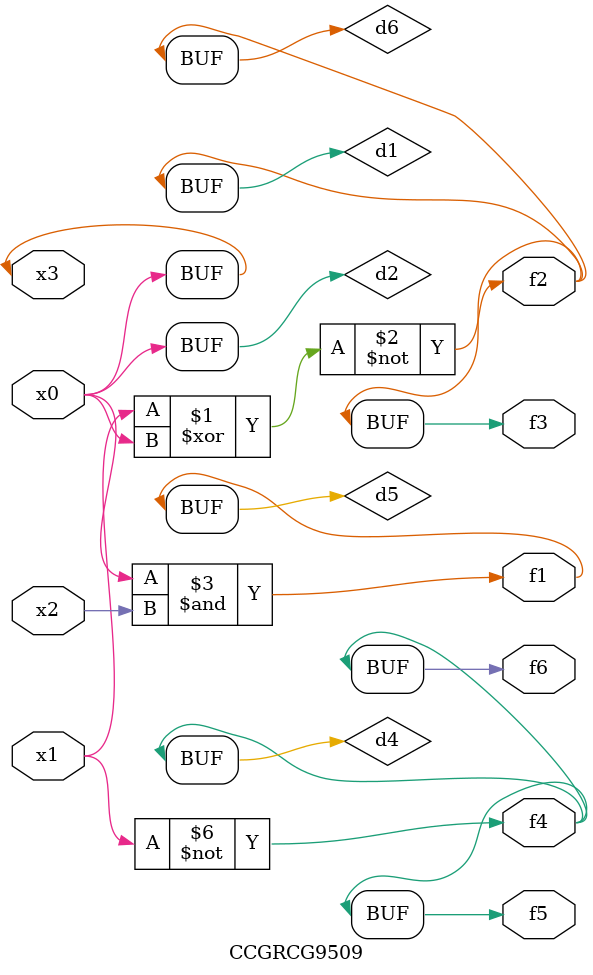
<source format=v>
module CCGRCG9509(
	input x0, x1, x2, x3,
	output f1, f2, f3, f4, f5, f6
);

	wire d1, d2, d3, d4, d5, d6;

	xnor (d1, x1, x3);
	buf (d2, x0, x3);
	nand (d3, x0, x2);
	not (d4, x1);
	nand (d5, d3);
	or (d6, d1);
	assign f1 = d5;
	assign f2 = d6;
	assign f3 = d6;
	assign f4 = d4;
	assign f5 = d4;
	assign f6 = d4;
endmodule

</source>
